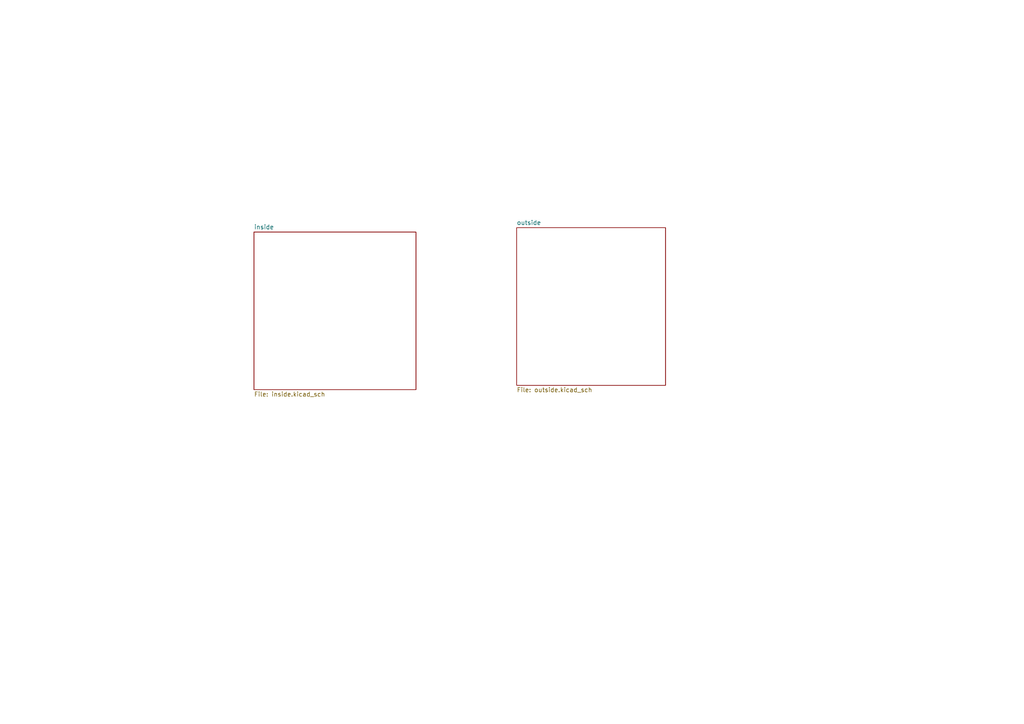
<source format=kicad_sch>
(kicad_sch
	(version 20231120)
	(generator "eeschema")
	(generator_version "8.0")
	(uuid "54ff40da-566e-4b08-aced-2230b7e9688d")
	(paper "A4")
	(lib_symbols)
	(sheet
		(at 73.66 67.31)
		(size 46.99 45.72)
		(fields_autoplaced yes)
		(stroke
			(width 0.1524)
			(type solid)
		)
		(fill
			(color 0 0 0 0.0000)
		)
		(uuid "7fbf48b3-2680-4e07-bcbc-751342c8124f")
		(property "Sheetname" "inside"
			(at 73.66 66.5984 0)
			(effects
				(font
					(size 1.27 1.27)
				)
				(justify left bottom)
			)
		)
		(property "Sheetfile" "inside.kicad_sch"
			(at 73.66 113.6146 0)
			(effects
				(font
					(size 1.27 1.27)
				)
				(justify left top)
			)
		)
		(instances
			(project "ballin balloon bayload"
				(path "/54ff40da-566e-4b08-aced-2230b7e9688d"
					(page "2")
				)
			)
		)
	)
	(sheet
		(at 149.86 66.04)
		(size 43.18 45.72)
		(fields_autoplaced yes)
		(stroke
			(width 0.1524)
			(type solid)
		)
		(fill
			(color 0 0 0 0.0000)
		)
		(uuid "d4880f22-f4f3-4b01-9383-7f9a14f68fe4")
		(property "Sheetname" "outside"
			(at 149.86 65.3284 0)
			(effects
				(font
					(size 1.27 1.27)
				)
				(justify left bottom)
			)
		)
		(property "Sheetfile" "outside.kicad_sch"
			(at 149.86 112.3446 0)
			(effects
				(font
					(size 1.27 1.27)
				)
				(justify left top)
			)
		)
		(instances
			(project "ballin balloon bayload"
				(path "/54ff40da-566e-4b08-aced-2230b7e9688d"
					(page "3")
				)
			)
		)
	)
	(sheet_instances
		(path "/"
			(page "1")
		)
	)
)

</source>
